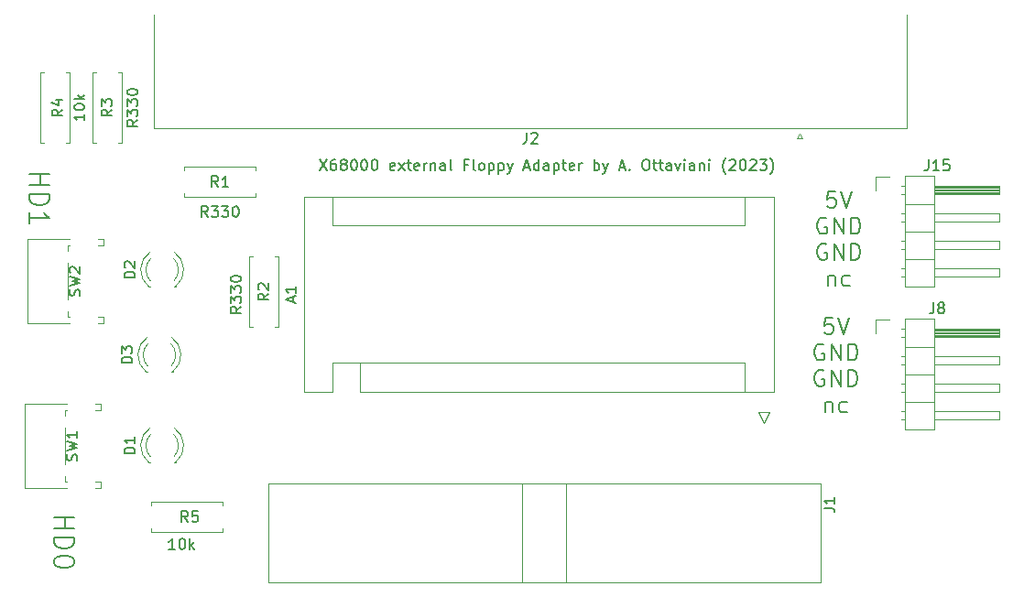
<source format=gbr>
%TF.GenerationSoftware,KiCad,Pcbnew,(6.0.6)*%
%TF.CreationDate,2023-06-02T12:55:39+02:00*%
%TF.ProjectId,X68KFDUINO,5836384b-4644-4554-994e-4f2e6b696361,rev?*%
%TF.SameCoordinates,Original*%
%TF.FileFunction,Legend,Top*%
%TF.FilePolarity,Positive*%
%FSLAX46Y46*%
G04 Gerber Fmt 4.6, Leading zero omitted, Abs format (unit mm)*
G04 Created by KiCad (PCBNEW (6.0.6)) date 2023-06-02 12:55:39*
%MOMM*%
%LPD*%
G01*
G04 APERTURE LIST*
%ADD10C,0.150000*%
%ADD11C,0.200000*%
%ADD12C,0.120000*%
G04 APERTURE END LIST*
D10*
X136456190Y-62190380D02*
X137122857Y-63190380D01*
X137122857Y-62190380D02*
X136456190Y-63190380D01*
X137932380Y-62190380D02*
X137741904Y-62190380D01*
X137646666Y-62238000D01*
X137599047Y-62285619D01*
X137503809Y-62428476D01*
X137456190Y-62618952D01*
X137456190Y-62999904D01*
X137503809Y-63095142D01*
X137551428Y-63142761D01*
X137646666Y-63190380D01*
X137837142Y-63190380D01*
X137932380Y-63142761D01*
X137980000Y-63095142D01*
X138027619Y-62999904D01*
X138027619Y-62761809D01*
X137980000Y-62666571D01*
X137932380Y-62618952D01*
X137837142Y-62571333D01*
X137646666Y-62571333D01*
X137551428Y-62618952D01*
X137503809Y-62666571D01*
X137456190Y-62761809D01*
X138599047Y-62618952D02*
X138503809Y-62571333D01*
X138456190Y-62523714D01*
X138408571Y-62428476D01*
X138408571Y-62380857D01*
X138456190Y-62285619D01*
X138503809Y-62238000D01*
X138599047Y-62190380D01*
X138789523Y-62190380D01*
X138884761Y-62238000D01*
X138932380Y-62285619D01*
X138980000Y-62380857D01*
X138980000Y-62428476D01*
X138932380Y-62523714D01*
X138884761Y-62571333D01*
X138789523Y-62618952D01*
X138599047Y-62618952D01*
X138503809Y-62666571D01*
X138456190Y-62714190D01*
X138408571Y-62809428D01*
X138408571Y-62999904D01*
X138456190Y-63095142D01*
X138503809Y-63142761D01*
X138599047Y-63190380D01*
X138789523Y-63190380D01*
X138884761Y-63142761D01*
X138932380Y-63095142D01*
X138980000Y-62999904D01*
X138980000Y-62809428D01*
X138932380Y-62714190D01*
X138884761Y-62666571D01*
X138789523Y-62618952D01*
X139599047Y-62190380D02*
X139694285Y-62190380D01*
X139789523Y-62238000D01*
X139837142Y-62285619D01*
X139884761Y-62380857D01*
X139932380Y-62571333D01*
X139932380Y-62809428D01*
X139884761Y-62999904D01*
X139837142Y-63095142D01*
X139789523Y-63142761D01*
X139694285Y-63190380D01*
X139599047Y-63190380D01*
X139503809Y-63142761D01*
X139456190Y-63095142D01*
X139408571Y-62999904D01*
X139360952Y-62809428D01*
X139360952Y-62571333D01*
X139408571Y-62380857D01*
X139456190Y-62285619D01*
X139503809Y-62238000D01*
X139599047Y-62190380D01*
X140551428Y-62190380D02*
X140646666Y-62190380D01*
X140741904Y-62238000D01*
X140789523Y-62285619D01*
X140837142Y-62380857D01*
X140884761Y-62571333D01*
X140884761Y-62809428D01*
X140837142Y-62999904D01*
X140789523Y-63095142D01*
X140741904Y-63142761D01*
X140646666Y-63190380D01*
X140551428Y-63190380D01*
X140456190Y-63142761D01*
X140408571Y-63095142D01*
X140360952Y-62999904D01*
X140313333Y-62809428D01*
X140313333Y-62571333D01*
X140360952Y-62380857D01*
X140408571Y-62285619D01*
X140456190Y-62238000D01*
X140551428Y-62190380D01*
X141503809Y-62190380D02*
X141599047Y-62190380D01*
X141694285Y-62238000D01*
X141741904Y-62285619D01*
X141789523Y-62380857D01*
X141837142Y-62571333D01*
X141837142Y-62809428D01*
X141789523Y-62999904D01*
X141741904Y-63095142D01*
X141694285Y-63142761D01*
X141599047Y-63190380D01*
X141503809Y-63190380D01*
X141408571Y-63142761D01*
X141360952Y-63095142D01*
X141313333Y-62999904D01*
X141265714Y-62809428D01*
X141265714Y-62571333D01*
X141313333Y-62380857D01*
X141360952Y-62285619D01*
X141408571Y-62238000D01*
X141503809Y-62190380D01*
X143408571Y-63142761D02*
X143313333Y-63190380D01*
X143122857Y-63190380D01*
X143027619Y-63142761D01*
X142980000Y-63047523D01*
X142980000Y-62666571D01*
X143027619Y-62571333D01*
X143122857Y-62523714D01*
X143313333Y-62523714D01*
X143408571Y-62571333D01*
X143456190Y-62666571D01*
X143456190Y-62761809D01*
X142980000Y-62857047D01*
X143789523Y-63190380D02*
X144313333Y-62523714D01*
X143789523Y-62523714D02*
X144313333Y-63190380D01*
X144551428Y-62523714D02*
X144932380Y-62523714D01*
X144694285Y-62190380D02*
X144694285Y-63047523D01*
X144741904Y-63142761D01*
X144837142Y-63190380D01*
X144932380Y-63190380D01*
X145646666Y-63142761D02*
X145551428Y-63190380D01*
X145360952Y-63190380D01*
X145265714Y-63142761D01*
X145218095Y-63047523D01*
X145218095Y-62666571D01*
X145265714Y-62571333D01*
X145360952Y-62523714D01*
X145551428Y-62523714D01*
X145646666Y-62571333D01*
X145694285Y-62666571D01*
X145694285Y-62761809D01*
X145218095Y-62857047D01*
X146122857Y-63190380D02*
X146122857Y-62523714D01*
X146122857Y-62714190D02*
X146170476Y-62618952D01*
X146218095Y-62571333D01*
X146313333Y-62523714D01*
X146408571Y-62523714D01*
X146741904Y-62523714D02*
X146741904Y-63190380D01*
X146741904Y-62618952D02*
X146789523Y-62571333D01*
X146884761Y-62523714D01*
X147027619Y-62523714D01*
X147122857Y-62571333D01*
X147170476Y-62666571D01*
X147170476Y-63190380D01*
X148075238Y-63190380D02*
X148075238Y-62666571D01*
X148027619Y-62571333D01*
X147932380Y-62523714D01*
X147741904Y-62523714D01*
X147646666Y-62571333D01*
X148075238Y-63142761D02*
X147980000Y-63190380D01*
X147741904Y-63190380D01*
X147646666Y-63142761D01*
X147599047Y-63047523D01*
X147599047Y-62952285D01*
X147646666Y-62857047D01*
X147741904Y-62809428D01*
X147980000Y-62809428D01*
X148075238Y-62761809D01*
X148694285Y-63190380D02*
X148599047Y-63142761D01*
X148551428Y-63047523D01*
X148551428Y-62190380D01*
X150170476Y-62666571D02*
X149837142Y-62666571D01*
X149837142Y-63190380D02*
X149837142Y-62190380D01*
X150313333Y-62190380D01*
X150837142Y-63190380D02*
X150741904Y-63142761D01*
X150694285Y-63047523D01*
X150694285Y-62190380D01*
X151360952Y-63190380D02*
X151265714Y-63142761D01*
X151218095Y-63095142D01*
X151170476Y-62999904D01*
X151170476Y-62714190D01*
X151218095Y-62618952D01*
X151265714Y-62571333D01*
X151360952Y-62523714D01*
X151503809Y-62523714D01*
X151599047Y-62571333D01*
X151646666Y-62618952D01*
X151694285Y-62714190D01*
X151694285Y-62999904D01*
X151646666Y-63095142D01*
X151599047Y-63142761D01*
X151503809Y-63190380D01*
X151360952Y-63190380D01*
X152122857Y-62523714D02*
X152122857Y-63523714D01*
X152122857Y-62571333D02*
X152218095Y-62523714D01*
X152408571Y-62523714D01*
X152503809Y-62571333D01*
X152551428Y-62618952D01*
X152599047Y-62714190D01*
X152599047Y-62999904D01*
X152551428Y-63095142D01*
X152503809Y-63142761D01*
X152408571Y-63190380D01*
X152218095Y-63190380D01*
X152122857Y-63142761D01*
X153027619Y-62523714D02*
X153027619Y-63523714D01*
X153027619Y-62571333D02*
X153122857Y-62523714D01*
X153313333Y-62523714D01*
X153408571Y-62571333D01*
X153456190Y-62618952D01*
X153503809Y-62714190D01*
X153503809Y-62999904D01*
X153456190Y-63095142D01*
X153408571Y-63142761D01*
X153313333Y-63190380D01*
X153122857Y-63190380D01*
X153027619Y-63142761D01*
X153837142Y-62523714D02*
X154075238Y-63190380D01*
X154313333Y-62523714D02*
X154075238Y-63190380D01*
X153980000Y-63428476D01*
X153932380Y-63476095D01*
X153837142Y-63523714D01*
X155408571Y-62904666D02*
X155884761Y-62904666D01*
X155313333Y-63190380D02*
X155646666Y-62190380D01*
X155980000Y-63190380D01*
X156741904Y-63190380D02*
X156741904Y-62190380D01*
X156741904Y-63142761D02*
X156646666Y-63190380D01*
X156456190Y-63190380D01*
X156360952Y-63142761D01*
X156313333Y-63095142D01*
X156265714Y-62999904D01*
X156265714Y-62714190D01*
X156313333Y-62618952D01*
X156360952Y-62571333D01*
X156456190Y-62523714D01*
X156646666Y-62523714D01*
X156741904Y-62571333D01*
X157646666Y-63190380D02*
X157646666Y-62666571D01*
X157599047Y-62571333D01*
X157503809Y-62523714D01*
X157313333Y-62523714D01*
X157218095Y-62571333D01*
X157646666Y-63142761D02*
X157551428Y-63190380D01*
X157313333Y-63190380D01*
X157218095Y-63142761D01*
X157170476Y-63047523D01*
X157170476Y-62952285D01*
X157218095Y-62857047D01*
X157313333Y-62809428D01*
X157551428Y-62809428D01*
X157646666Y-62761809D01*
X158122857Y-62523714D02*
X158122857Y-63523714D01*
X158122857Y-62571333D02*
X158218095Y-62523714D01*
X158408571Y-62523714D01*
X158503809Y-62571333D01*
X158551428Y-62618952D01*
X158599047Y-62714190D01*
X158599047Y-62999904D01*
X158551428Y-63095142D01*
X158503809Y-63142761D01*
X158408571Y-63190380D01*
X158218095Y-63190380D01*
X158122857Y-63142761D01*
X158884761Y-62523714D02*
X159265714Y-62523714D01*
X159027619Y-62190380D02*
X159027619Y-63047523D01*
X159075238Y-63142761D01*
X159170476Y-63190380D01*
X159265714Y-63190380D01*
X159980000Y-63142761D02*
X159884761Y-63190380D01*
X159694285Y-63190380D01*
X159599047Y-63142761D01*
X159551428Y-63047523D01*
X159551428Y-62666571D01*
X159599047Y-62571333D01*
X159694285Y-62523714D01*
X159884761Y-62523714D01*
X159980000Y-62571333D01*
X160027619Y-62666571D01*
X160027619Y-62761809D01*
X159551428Y-62857047D01*
X160456190Y-63190380D02*
X160456190Y-62523714D01*
X160456190Y-62714190D02*
X160503809Y-62618952D01*
X160551428Y-62571333D01*
X160646666Y-62523714D01*
X160741904Y-62523714D01*
X161837142Y-63190380D02*
X161837142Y-62190380D01*
X161837142Y-62571333D02*
X161932380Y-62523714D01*
X162122857Y-62523714D01*
X162218095Y-62571333D01*
X162265714Y-62618952D01*
X162313333Y-62714190D01*
X162313333Y-62999904D01*
X162265714Y-63095142D01*
X162218095Y-63142761D01*
X162122857Y-63190380D01*
X161932380Y-63190380D01*
X161837142Y-63142761D01*
X162646666Y-62523714D02*
X162884761Y-63190380D01*
X163122857Y-62523714D02*
X162884761Y-63190380D01*
X162789523Y-63428476D01*
X162741904Y-63476095D01*
X162646666Y-63523714D01*
X164218095Y-62904666D02*
X164694285Y-62904666D01*
X164122857Y-63190380D02*
X164456190Y-62190380D01*
X164789523Y-63190380D01*
X165122857Y-63095142D02*
X165170476Y-63142761D01*
X165122857Y-63190380D01*
X165075238Y-63142761D01*
X165122857Y-63095142D01*
X165122857Y-63190380D01*
X166551428Y-62190380D02*
X166741904Y-62190380D01*
X166837142Y-62238000D01*
X166932380Y-62333238D01*
X166980000Y-62523714D01*
X166980000Y-62857047D01*
X166932380Y-63047523D01*
X166837142Y-63142761D01*
X166741904Y-63190380D01*
X166551428Y-63190380D01*
X166456190Y-63142761D01*
X166360952Y-63047523D01*
X166313333Y-62857047D01*
X166313333Y-62523714D01*
X166360952Y-62333238D01*
X166456190Y-62238000D01*
X166551428Y-62190380D01*
X167265714Y-62523714D02*
X167646666Y-62523714D01*
X167408571Y-62190380D02*
X167408571Y-63047523D01*
X167456190Y-63142761D01*
X167551428Y-63190380D01*
X167646666Y-63190380D01*
X167837142Y-62523714D02*
X168218095Y-62523714D01*
X167980000Y-62190380D02*
X167980000Y-63047523D01*
X168027619Y-63142761D01*
X168122857Y-63190380D01*
X168218095Y-63190380D01*
X168980000Y-63190380D02*
X168980000Y-62666571D01*
X168932380Y-62571333D01*
X168837142Y-62523714D01*
X168646666Y-62523714D01*
X168551428Y-62571333D01*
X168980000Y-63142761D02*
X168884761Y-63190380D01*
X168646666Y-63190380D01*
X168551428Y-63142761D01*
X168503809Y-63047523D01*
X168503809Y-62952285D01*
X168551428Y-62857047D01*
X168646666Y-62809428D01*
X168884761Y-62809428D01*
X168980000Y-62761809D01*
X169360952Y-62523714D02*
X169599047Y-63190380D01*
X169837142Y-62523714D01*
X170218095Y-63190380D02*
X170218095Y-62523714D01*
X170218095Y-62190380D02*
X170170476Y-62238000D01*
X170218095Y-62285619D01*
X170265714Y-62238000D01*
X170218095Y-62190380D01*
X170218095Y-62285619D01*
X171122857Y-63190380D02*
X171122857Y-62666571D01*
X171075238Y-62571333D01*
X170980000Y-62523714D01*
X170789523Y-62523714D01*
X170694285Y-62571333D01*
X171122857Y-63142761D02*
X171027619Y-63190380D01*
X170789523Y-63190380D01*
X170694285Y-63142761D01*
X170646666Y-63047523D01*
X170646666Y-62952285D01*
X170694285Y-62857047D01*
X170789523Y-62809428D01*
X171027619Y-62809428D01*
X171122857Y-62761809D01*
X171599047Y-62523714D02*
X171599047Y-63190380D01*
X171599047Y-62618952D02*
X171646666Y-62571333D01*
X171741904Y-62523714D01*
X171884761Y-62523714D01*
X171980000Y-62571333D01*
X172027619Y-62666571D01*
X172027619Y-63190380D01*
X172503809Y-63190380D02*
X172503809Y-62523714D01*
X172503809Y-62190380D02*
X172456190Y-62238000D01*
X172503809Y-62285619D01*
X172551428Y-62238000D01*
X172503809Y-62190380D01*
X172503809Y-62285619D01*
X174027619Y-63571333D02*
X173980000Y-63523714D01*
X173884761Y-63380857D01*
X173837142Y-63285619D01*
X173789523Y-63142761D01*
X173741904Y-62904666D01*
X173741904Y-62714190D01*
X173789523Y-62476095D01*
X173837142Y-62333238D01*
X173884761Y-62238000D01*
X173980000Y-62095142D01*
X174027619Y-62047523D01*
X174360952Y-62285619D02*
X174408571Y-62238000D01*
X174503809Y-62190380D01*
X174741904Y-62190380D01*
X174837142Y-62238000D01*
X174884761Y-62285619D01*
X174932380Y-62380857D01*
X174932380Y-62476095D01*
X174884761Y-62618952D01*
X174313333Y-63190380D01*
X174932380Y-63190380D01*
X175551428Y-62190380D02*
X175646666Y-62190380D01*
X175741904Y-62238000D01*
X175789523Y-62285619D01*
X175837142Y-62380857D01*
X175884761Y-62571333D01*
X175884761Y-62809428D01*
X175837142Y-62999904D01*
X175789523Y-63095142D01*
X175741904Y-63142761D01*
X175646666Y-63190380D01*
X175551428Y-63190380D01*
X175456190Y-63142761D01*
X175408571Y-63095142D01*
X175360952Y-62999904D01*
X175313333Y-62809428D01*
X175313333Y-62571333D01*
X175360952Y-62380857D01*
X175408571Y-62285619D01*
X175456190Y-62238000D01*
X175551428Y-62190380D01*
X176265714Y-62285619D02*
X176313333Y-62238000D01*
X176408571Y-62190380D01*
X176646666Y-62190380D01*
X176741904Y-62238000D01*
X176789523Y-62285619D01*
X176837142Y-62380857D01*
X176837142Y-62476095D01*
X176789523Y-62618952D01*
X176218095Y-63190380D01*
X176837142Y-63190380D01*
X177170476Y-62190380D02*
X177789523Y-62190380D01*
X177456190Y-62571333D01*
X177599047Y-62571333D01*
X177694285Y-62618952D01*
X177741904Y-62666571D01*
X177789523Y-62761809D01*
X177789523Y-62999904D01*
X177741904Y-63095142D01*
X177694285Y-63142761D01*
X177599047Y-63190380D01*
X177313333Y-63190380D01*
X177218095Y-63142761D01*
X177170476Y-63095142D01*
X178122857Y-63571333D02*
X178170476Y-63523714D01*
X178265714Y-63380857D01*
X178313333Y-63285619D01*
X178360952Y-63142761D01*
X178408571Y-62904666D01*
X178408571Y-62714190D01*
X178360952Y-62476095D01*
X178313333Y-62333238D01*
X178265714Y-62238000D01*
X178170476Y-62095142D01*
X178122857Y-62047523D01*
D11*
X183919428Y-76836071D02*
X183205142Y-76836071D01*
X183133714Y-77550357D01*
X183205142Y-77478928D01*
X183348000Y-77407500D01*
X183705142Y-77407500D01*
X183848000Y-77478928D01*
X183919428Y-77550357D01*
X183990857Y-77693214D01*
X183990857Y-78050357D01*
X183919428Y-78193214D01*
X183848000Y-78264642D01*
X183705142Y-78336071D01*
X183348000Y-78336071D01*
X183205142Y-78264642D01*
X183133714Y-78193214D01*
X184419428Y-76836071D02*
X184919428Y-78336071D01*
X185419428Y-76836071D01*
X183062285Y-79322500D02*
X182919428Y-79251071D01*
X182705142Y-79251071D01*
X182490857Y-79322500D01*
X182348000Y-79465357D01*
X182276571Y-79608214D01*
X182205142Y-79893928D01*
X182205142Y-80108214D01*
X182276571Y-80393928D01*
X182348000Y-80536785D01*
X182490857Y-80679642D01*
X182705142Y-80751071D01*
X182848000Y-80751071D01*
X183062285Y-80679642D01*
X183133714Y-80608214D01*
X183133714Y-80108214D01*
X182848000Y-80108214D01*
X183776571Y-80751071D02*
X183776571Y-79251071D01*
X184633714Y-80751071D01*
X184633714Y-79251071D01*
X185348000Y-80751071D02*
X185348000Y-79251071D01*
X185705142Y-79251071D01*
X185919428Y-79322500D01*
X186062285Y-79465357D01*
X186133714Y-79608214D01*
X186205142Y-79893928D01*
X186205142Y-80108214D01*
X186133714Y-80393928D01*
X186062285Y-80536785D01*
X185919428Y-80679642D01*
X185705142Y-80751071D01*
X185348000Y-80751071D01*
X183062285Y-81737500D02*
X182919428Y-81666071D01*
X182705142Y-81666071D01*
X182490857Y-81737500D01*
X182348000Y-81880357D01*
X182276571Y-82023214D01*
X182205142Y-82308928D01*
X182205142Y-82523214D01*
X182276571Y-82808928D01*
X182348000Y-82951785D01*
X182490857Y-83094642D01*
X182705142Y-83166071D01*
X182848000Y-83166071D01*
X183062285Y-83094642D01*
X183133714Y-83023214D01*
X183133714Y-82523214D01*
X182848000Y-82523214D01*
X183776571Y-83166071D02*
X183776571Y-81666071D01*
X184633714Y-83166071D01*
X184633714Y-81666071D01*
X185348000Y-83166071D02*
X185348000Y-81666071D01*
X185705142Y-81666071D01*
X185919428Y-81737500D01*
X186062285Y-81880357D01*
X186133714Y-82023214D01*
X186205142Y-82308928D01*
X186205142Y-82523214D01*
X186133714Y-82808928D01*
X186062285Y-82951785D01*
X185919428Y-83094642D01*
X185705142Y-83166071D01*
X185348000Y-83166071D01*
X183240857Y-84581071D02*
X183240857Y-85581071D01*
X183240857Y-84723928D02*
X183312285Y-84652500D01*
X183455142Y-84581071D01*
X183669428Y-84581071D01*
X183812285Y-84652500D01*
X183883714Y-84795357D01*
X183883714Y-85581071D01*
X185240857Y-85509642D02*
X185098000Y-85581071D01*
X184812285Y-85581071D01*
X184669428Y-85509642D01*
X184598000Y-85438214D01*
X184526571Y-85295357D01*
X184526571Y-84866785D01*
X184598000Y-84723928D01*
X184669428Y-84652500D01*
X184812285Y-84581071D01*
X185098000Y-84581071D01*
X185240857Y-84652500D01*
X109675714Y-63514571D02*
X111475714Y-63514571D01*
X110618571Y-63514571D02*
X110618571Y-64543142D01*
X109675714Y-64543142D02*
X111475714Y-64543142D01*
X109675714Y-65400285D02*
X111475714Y-65400285D01*
X111475714Y-65828857D01*
X111390000Y-66086000D01*
X111218571Y-66257428D01*
X111047142Y-66343142D01*
X110704285Y-66428857D01*
X110447142Y-66428857D01*
X110104285Y-66343142D01*
X109932857Y-66257428D01*
X109761428Y-66086000D01*
X109675714Y-65828857D01*
X109675714Y-65400285D01*
X109675714Y-68143142D02*
X109675714Y-67114571D01*
X109675714Y-67628857D02*
X111475714Y-67628857D01*
X111218571Y-67457428D01*
X111047142Y-67286000D01*
X110961428Y-67114571D01*
X111961714Y-95275571D02*
X113761714Y-95275571D01*
X112904571Y-95275571D02*
X112904571Y-96304142D01*
X111961714Y-96304142D02*
X113761714Y-96304142D01*
X111961714Y-97161285D02*
X113761714Y-97161285D01*
X113761714Y-97589857D01*
X113676000Y-97847000D01*
X113504571Y-98018428D01*
X113333142Y-98104142D01*
X112990285Y-98189857D01*
X112733142Y-98189857D01*
X112390285Y-98104142D01*
X112218857Y-98018428D01*
X112047428Y-97847000D01*
X111961714Y-97589857D01*
X111961714Y-97161285D01*
X113761714Y-99304142D02*
X113761714Y-99475571D01*
X113676000Y-99647000D01*
X113590285Y-99732714D01*
X113418857Y-99818428D01*
X113076000Y-99904142D01*
X112647428Y-99904142D01*
X112304571Y-99818428D01*
X112133142Y-99732714D01*
X112047428Y-99647000D01*
X111961714Y-99475571D01*
X111961714Y-99304142D01*
X112047428Y-99132714D01*
X112133142Y-99047000D01*
X112304571Y-98961285D01*
X112647428Y-98875571D01*
X113076000Y-98875571D01*
X113418857Y-98961285D01*
X113590285Y-99047000D01*
X113676000Y-99132714D01*
X113761714Y-99304142D01*
X184173428Y-65152071D02*
X183459142Y-65152071D01*
X183387714Y-65866357D01*
X183459142Y-65794928D01*
X183602000Y-65723500D01*
X183959142Y-65723500D01*
X184102000Y-65794928D01*
X184173428Y-65866357D01*
X184244857Y-66009214D01*
X184244857Y-66366357D01*
X184173428Y-66509214D01*
X184102000Y-66580642D01*
X183959142Y-66652071D01*
X183602000Y-66652071D01*
X183459142Y-66580642D01*
X183387714Y-66509214D01*
X184673428Y-65152071D02*
X185173428Y-66652071D01*
X185673428Y-65152071D01*
X183316285Y-67638500D02*
X183173428Y-67567071D01*
X182959142Y-67567071D01*
X182744857Y-67638500D01*
X182602000Y-67781357D01*
X182530571Y-67924214D01*
X182459142Y-68209928D01*
X182459142Y-68424214D01*
X182530571Y-68709928D01*
X182602000Y-68852785D01*
X182744857Y-68995642D01*
X182959142Y-69067071D01*
X183102000Y-69067071D01*
X183316285Y-68995642D01*
X183387714Y-68924214D01*
X183387714Y-68424214D01*
X183102000Y-68424214D01*
X184030571Y-69067071D02*
X184030571Y-67567071D01*
X184887714Y-69067071D01*
X184887714Y-67567071D01*
X185602000Y-69067071D02*
X185602000Y-67567071D01*
X185959142Y-67567071D01*
X186173428Y-67638500D01*
X186316285Y-67781357D01*
X186387714Y-67924214D01*
X186459142Y-68209928D01*
X186459142Y-68424214D01*
X186387714Y-68709928D01*
X186316285Y-68852785D01*
X186173428Y-68995642D01*
X185959142Y-69067071D01*
X185602000Y-69067071D01*
X183316285Y-70053500D02*
X183173428Y-69982071D01*
X182959142Y-69982071D01*
X182744857Y-70053500D01*
X182602000Y-70196357D01*
X182530571Y-70339214D01*
X182459142Y-70624928D01*
X182459142Y-70839214D01*
X182530571Y-71124928D01*
X182602000Y-71267785D01*
X182744857Y-71410642D01*
X182959142Y-71482071D01*
X183102000Y-71482071D01*
X183316285Y-71410642D01*
X183387714Y-71339214D01*
X183387714Y-70839214D01*
X183102000Y-70839214D01*
X184030571Y-71482071D02*
X184030571Y-69982071D01*
X184887714Y-71482071D01*
X184887714Y-69982071D01*
X185602000Y-71482071D02*
X185602000Y-69982071D01*
X185959142Y-69982071D01*
X186173428Y-70053500D01*
X186316285Y-70196357D01*
X186387714Y-70339214D01*
X186459142Y-70624928D01*
X186459142Y-70839214D01*
X186387714Y-71124928D01*
X186316285Y-71267785D01*
X186173428Y-71410642D01*
X185959142Y-71482071D01*
X185602000Y-71482071D01*
X183494857Y-72897071D02*
X183494857Y-73897071D01*
X183494857Y-73039928D02*
X183566285Y-72968500D01*
X183709142Y-72897071D01*
X183923428Y-72897071D01*
X184066285Y-72968500D01*
X184137714Y-73111357D01*
X184137714Y-73897071D01*
X185494857Y-73825642D02*
X185352000Y-73897071D01*
X185066285Y-73897071D01*
X184923428Y-73825642D01*
X184852000Y-73754214D01*
X184780571Y-73611357D01*
X184780571Y-73182785D01*
X184852000Y-73039928D01*
X184923428Y-72968500D01*
X185066285Y-72897071D01*
X185352000Y-72897071D01*
X185494857Y-72968500D01*
D10*
%TO.C,D3*%
X119158380Y-81007095D02*
X118158380Y-81007095D01*
X118158380Y-80769000D01*
X118206000Y-80626142D01*
X118301238Y-80530904D01*
X118396476Y-80483285D01*
X118586952Y-80435666D01*
X118729809Y-80435666D01*
X118920285Y-80483285D01*
X119015523Y-80530904D01*
X119110761Y-80626142D01*
X119158380Y-80769000D01*
X119158380Y-81007095D01*
X118158380Y-80102333D02*
X118158380Y-79483285D01*
X118539333Y-79816619D01*
X118539333Y-79673761D01*
X118586952Y-79578523D01*
X118634571Y-79530904D01*
X118729809Y-79483285D01*
X118967904Y-79483285D01*
X119063142Y-79530904D01*
X119110761Y-79578523D01*
X119158380Y-79673761D01*
X119158380Y-79959476D01*
X119110761Y-80054714D01*
X119063142Y-80102333D01*
%TO.C,R5*%
X124293333Y-95702380D02*
X123960000Y-95226190D01*
X123721904Y-95702380D02*
X123721904Y-94702380D01*
X124102857Y-94702380D01*
X124198095Y-94750000D01*
X124245714Y-94797619D01*
X124293333Y-94892857D01*
X124293333Y-95035714D01*
X124245714Y-95130952D01*
X124198095Y-95178571D01*
X124102857Y-95226190D01*
X123721904Y-95226190D01*
X125198095Y-94702380D02*
X124721904Y-94702380D01*
X124674285Y-95178571D01*
X124721904Y-95130952D01*
X124817142Y-95083333D01*
X125055238Y-95083333D01*
X125150476Y-95130952D01*
X125198095Y-95178571D01*
X125245714Y-95273809D01*
X125245714Y-95511904D01*
X125198095Y-95607142D01*
X125150476Y-95654761D01*
X125055238Y-95702380D01*
X124817142Y-95702380D01*
X124721904Y-95654761D01*
X124674285Y-95607142D01*
X123102761Y-98242380D02*
X122531333Y-98242380D01*
X122817047Y-98242380D02*
X122817047Y-97242380D01*
X122721809Y-97385238D01*
X122626571Y-97480476D01*
X122531333Y-97528095D01*
X123721809Y-97242380D02*
X123817047Y-97242380D01*
X123912285Y-97290000D01*
X123959904Y-97337619D01*
X124007523Y-97432857D01*
X124055142Y-97623333D01*
X124055142Y-97861428D01*
X124007523Y-98051904D01*
X123959904Y-98147142D01*
X123912285Y-98194761D01*
X123817047Y-98242380D01*
X123721809Y-98242380D01*
X123626571Y-98194761D01*
X123578952Y-98147142D01*
X123531333Y-98051904D01*
X123483714Y-97861428D01*
X123483714Y-97623333D01*
X123531333Y-97432857D01*
X123578952Y-97337619D01*
X123626571Y-97290000D01*
X123721809Y-97242380D01*
X124483714Y-98242380D02*
X124483714Y-97242380D01*
X124578952Y-97861428D02*
X124864666Y-98242380D01*
X124864666Y-97575714D02*
X124483714Y-97956666D01*
%TO.C,R1*%
X127087333Y-64714380D02*
X126754000Y-64238190D01*
X126515904Y-64714380D02*
X126515904Y-63714380D01*
X126896857Y-63714380D01*
X126992095Y-63762000D01*
X127039714Y-63809619D01*
X127087333Y-63904857D01*
X127087333Y-64047714D01*
X127039714Y-64142952D01*
X126992095Y-64190571D01*
X126896857Y-64238190D01*
X126515904Y-64238190D01*
X128039714Y-64714380D02*
X127468285Y-64714380D01*
X127754000Y-64714380D02*
X127754000Y-63714380D01*
X127658761Y-63857238D01*
X127563523Y-63952476D01*
X127468285Y-64000095D01*
X126134952Y-67508380D02*
X125801619Y-67032190D01*
X125563523Y-67508380D02*
X125563523Y-66508380D01*
X125944476Y-66508380D01*
X126039714Y-66556000D01*
X126087333Y-66603619D01*
X126134952Y-66698857D01*
X126134952Y-66841714D01*
X126087333Y-66936952D01*
X126039714Y-66984571D01*
X125944476Y-67032190D01*
X125563523Y-67032190D01*
X126468285Y-66508380D02*
X127087333Y-66508380D01*
X126754000Y-66889333D01*
X126896857Y-66889333D01*
X126992095Y-66936952D01*
X127039714Y-66984571D01*
X127087333Y-67079809D01*
X127087333Y-67317904D01*
X127039714Y-67413142D01*
X126992095Y-67460761D01*
X126896857Y-67508380D01*
X126611142Y-67508380D01*
X126515904Y-67460761D01*
X126468285Y-67413142D01*
X127420666Y-66508380D02*
X128039714Y-66508380D01*
X127706380Y-66889333D01*
X127849238Y-66889333D01*
X127944476Y-66936952D01*
X127992095Y-66984571D01*
X128039714Y-67079809D01*
X128039714Y-67317904D01*
X127992095Y-67413142D01*
X127944476Y-67460761D01*
X127849238Y-67508380D01*
X127563523Y-67508380D01*
X127468285Y-67460761D01*
X127420666Y-67413142D01*
X128658761Y-66508380D02*
X128754000Y-66508380D01*
X128849238Y-66556000D01*
X128896857Y-66603619D01*
X128944476Y-66698857D01*
X128992095Y-66889333D01*
X128992095Y-67127428D01*
X128944476Y-67317904D01*
X128896857Y-67413142D01*
X128849238Y-67460761D01*
X128754000Y-67508380D01*
X128658761Y-67508380D01*
X128563523Y-67460761D01*
X128515904Y-67413142D01*
X128468285Y-67317904D01*
X128420666Y-67127428D01*
X128420666Y-66889333D01*
X128468285Y-66698857D01*
X128515904Y-66603619D01*
X128563523Y-66556000D01*
X128658761Y-66508380D01*
%TO.C,R3*%
X117292380Y-57570666D02*
X116816190Y-57904000D01*
X117292380Y-58142095D02*
X116292380Y-58142095D01*
X116292380Y-57761142D01*
X116340000Y-57665904D01*
X116387619Y-57618285D01*
X116482857Y-57570666D01*
X116625714Y-57570666D01*
X116720952Y-57618285D01*
X116768571Y-57665904D01*
X116816190Y-57761142D01*
X116816190Y-58142095D01*
X116292380Y-57237333D02*
X116292380Y-56618285D01*
X116673333Y-56951619D01*
X116673333Y-56808761D01*
X116720952Y-56713523D01*
X116768571Y-56665904D01*
X116863809Y-56618285D01*
X117101904Y-56618285D01*
X117197142Y-56665904D01*
X117244761Y-56713523D01*
X117292380Y-56808761D01*
X117292380Y-57094476D01*
X117244761Y-57189714D01*
X117197142Y-57237333D01*
X119662378Y-58523047D02*
X119186188Y-58856380D01*
X119662378Y-59094476D02*
X118662378Y-59094476D01*
X118662378Y-58713523D01*
X118709998Y-58618285D01*
X118757617Y-58570666D01*
X118852855Y-58523047D01*
X118995712Y-58523047D01*
X119090950Y-58570666D01*
X119138569Y-58618285D01*
X119186188Y-58713523D01*
X119186188Y-59094476D01*
X118662378Y-58189714D02*
X118662378Y-57570666D01*
X119043331Y-57904000D01*
X119043331Y-57761142D01*
X119090950Y-57665904D01*
X119138569Y-57618285D01*
X119233807Y-57570666D01*
X119471902Y-57570666D01*
X119567140Y-57618285D01*
X119614759Y-57665904D01*
X119662378Y-57761142D01*
X119662378Y-58046857D01*
X119614759Y-58142095D01*
X119567140Y-58189714D01*
X118662378Y-57237333D02*
X118662378Y-56618285D01*
X119043331Y-56951619D01*
X119043331Y-56808761D01*
X119090950Y-56713523D01*
X119138569Y-56665904D01*
X119233807Y-56618285D01*
X119471902Y-56618285D01*
X119567140Y-56665904D01*
X119614759Y-56713523D01*
X119662378Y-56808761D01*
X119662378Y-57094476D01*
X119614759Y-57189714D01*
X119567140Y-57237333D01*
X118662378Y-55999238D02*
X118662378Y-55904000D01*
X118709998Y-55808761D01*
X118757617Y-55761142D01*
X118852855Y-55713523D01*
X119043331Y-55665904D01*
X119281426Y-55665904D01*
X119471902Y-55713523D01*
X119567140Y-55761142D01*
X119614759Y-55808761D01*
X119662378Y-55904000D01*
X119662378Y-55999238D01*
X119614759Y-56094476D01*
X119567140Y-56142095D01*
X119471902Y-56189714D01*
X119281426Y-56237333D01*
X119043331Y-56237333D01*
X118852855Y-56189714D01*
X118757617Y-56142095D01*
X118709998Y-56094476D01*
X118662378Y-55999238D01*
%TO.C,J8*%
X193224666Y-75424380D02*
X193224666Y-76138666D01*
X193177047Y-76281523D01*
X193081809Y-76376761D01*
X192938952Y-76424380D01*
X192843714Y-76424380D01*
X193843714Y-75852952D02*
X193748476Y-75805333D01*
X193700857Y-75757714D01*
X193653238Y-75662476D01*
X193653238Y-75614857D01*
X193700857Y-75519619D01*
X193748476Y-75472000D01*
X193843714Y-75424380D01*
X194034190Y-75424380D01*
X194129428Y-75472000D01*
X194177047Y-75519619D01*
X194224666Y-75614857D01*
X194224666Y-75662476D01*
X194177047Y-75757714D01*
X194129428Y-75805333D01*
X194034190Y-75852952D01*
X193843714Y-75852952D01*
X193748476Y-75900571D01*
X193700857Y-75948190D01*
X193653238Y-76043428D01*
X193653238Y-76233904D01*
X193700857Y-76329142D01*
X193748476Y-76376761D01*
X193843714Y-76424380D01*
X194034190Y-76424380D01*
X194129428Y-76376761D01*
X194177047Y-76329142D01*
X194224666Y-76233904D01*
X194224666Y-76043428D01*
X194177047Y-75948190D01*
X194129428Y-75900571D01*
X194034190Y-75852952D01*
%TO.C,SW2*%
X114283261Y-74775333D02*
X114330880Y-74632476D01*
X114330880Y-74394380D01*
X114283261Y-74299142D01*
X114235642Y-74251523D01*
X114140404Y-74203904D01*
X114045166Y-74203904D01*
X113949928Y-74251523D01*
X113902309Y-74299142D01*
X113854690Y-74394380D01*
X113807071Y-74584857D01*
X113759452Y-74680095D01*
X113711833Y-74727714D01*
X113616595Y-74775333D01*
X113521357Y-74775333D01*
X113426119Y-74727714D01*
X113378500Y-74680095D01*
X113330880Y-74584857D01*
X113330880Y-74346761D01*
X113378500Y-74203904D01*
X113330880Y-73870571D02*
X114330880Y-73632476D01*
X113616595Y-73442000D01*
X114330880Y-73251523D01*
X113330880Y-73013428D01*
X113426119Y-72680095D02*
X113378500Y-72632476D01*
X113330880Y-72537238D01*
X113330880Y-72299142D01*
X113378500Y-72203904D01*
X113426119Y-72156285D01*
X113521357Y-72108666D01*
X113616595Y-72108666D01*
X113759452Y-72156285D01*
X114330880Y-72727714D01*
X114330880Y-72108666D01*
%TO.C,J15*%
X192748476Y-62216380D02*
X192748476Y-62930666D01*
X192700857Y-63073523D01*
X192605619Y-63168761D01*
X192462761Y-63216380D01*
X192367523Y-63216380D01*
X193748476Y-63216380D02*
X193177047Y-63216380D01*
X193462761Y-63216380D02*
X193462761Y-62216380D01*
X193367523Y-62359238D01*
X193272285Y-62454476D01*
X193177047Y-62502095D01*
X194653238Y-62216380D02*
X194177047Y-62216380D01*
X194129428Y-62692571D01*
X194177047Y-62644952D01*
X194272285Y-62597333D01*
X194510380Y-62597333D01*
X194605619Y-62644952D01*
X194653238Y-62692571D01*
X194700857Y-62787809D01*
X194700857Y-63025904D01*
X194653238Y-63121142D01*
X194605619Y-63168761D01*
X194510380Y-63216380D01*
X194272285Y-63216380D01*
X194177047Y-63168761D01*
X194129428Y-63121142D01*
%TO.C,R4*%
X112720380Y-57570666D02*
X112244190Y-57904000D01*
X112720380Y-58142095D02*
X111720380Y-58142095D01*
X111720380Y-57761142D01*
X111768000Y-57665904D01*
X111815619Y-57618285D01*
X111910857Y-57570666D01*
X112053714Y-57570666D01*
X112148952Y-57618285D01*
X112196571Y-57665904D01*
X112244190Y-57761142D01*
X112244190Y-58142095D01*
X112053714Y-56713523D02*
X112720380Y-56713523D01*
X111672761Y-56951619D02*
X112387047Y-57189714D01*
X112387047Y-56570666D01*
X114752380Y-57999238D02*
X114752380Y-58570666D01*
X114752380Y-58284952D02*
X113752380Y-58284952D01*
X113895238Y-58380190D01*
X113990476Y-58475428D01*
X114038095Y-58570666D01*
X113752380Y-57380190D02*
X113752380Y-57284952D01*
X113800000Y-57189714D01*
X113847619Y-57142095D01*
X113942857Y-57094476D01*
X114133333Y-57046857D01*
X114371428Y-57046857D01*
X114561904Y-57094476D01*
X114657142Y-57142095D01*
X114704761Y-57189714D01*
X114752380Y-57284952D01*
X114752380Y-57380190D01*
X114704761Y-57475428D01*
X114657142Y-57523047D01*
X114561904Y-57570666D01*
X114371428Y-57618285D01*
X114133333Y-57618285D01*
X113942857Y-57570666D01*
X113847619Y-57523047D01*
X113800000Y-57475428D01*
X113752380Y-57380190D01*
X114752380Y-56618285D02*
X113752380Y-56618285D01*
X114371428Y-56523047D02*
X114752380Y-56237333D01*
X114085714Y-56237333D02*
X114466666Y-56618285D01*
%TO.C,R2*%
X131770380Y-74588666D02*
X131294190Y-74922000D01*
X131770380Y-75160095D02*
X130770380Y-75160095D01*
X130770380Y-74779142D01*
X130818000Y-74683904D01*
X130865619Y-74636285D01*
X130960857Y-74588666D01*
X131103714Y-74588666D01*
X131198952Y-74636285D01*
X131246571Y-74683904D01*
X131294190Y-74779142D01*
X131294190Y-75160095D01*
X130865619Y-74207714D02*
X130818000Y-74160095D01*
X130770380Y-74064857D01*
X130770380Y-73826761D01*
X130818000Y-73731523D01*
X130865619Y-73683904D01*
X130960857Y-73636285D01*
X131056095Y-73636285D01*
X131198952Y-73683904D01*
X131770380Y-74255333D01*
X131770380Y-73636285D01*
X129230380Y-75795047D02*
X128754190Y-76128380D01*
X129230380Y-76366476D02*
X128230380Y-76366476D01*
X128230380Y-75985523D01*
X128278000Y-75890285D01*
X128325619Y-75842666D01*
X128420857Y-75795047D01*
X128563714Y-75795047D01*
X128658952Y-75842666D01*
X128706571Y-75890285D01*
X128754190Y-75985523D01*
X128754190Y-76366476D01*
X128230380Y-75461714D02*
X128230380Y-74842666D01*
X128611333Y-75176000D01*
X128611333Y-75033142D01*
X128658952Y-74937904D01*
X128706571Y-74890285D01*
X128801809Y-74842666D01*
X129039904Y-74842666D01*
X129135142Y-74890285D01*
X129182761Y-74937904D01*
X129230380Y-75033142D01*
X129230380Y-75318857D01*
X129182761Y-75414095D01*
X129135142Y-75461714D01*
X128230380Y-74509333D02*
X128230380Y-73890285D01*
X128611333Y-74223619D01*
X128611333Y-74080761D01*
X128658952Y-73985523D01*
X128706571Y-73937904D01*
X128801809Y-73890285D01*
X129039904Y-73890285D01*
X129135142Y-73937904D01*
X129182761Y-73985523D01*
X129230380Y-74080761D01*
X129230380Y-74366476D01*
X129182761Y-74461714D01*
X129135142Y-74509333D01*
X128230380Y-73271238D02*
X128230380Y-73176000D01*
X128278000Y-73080761D01*
X128325619Y-73033142D01*
X128420857Y-72985523D01*
X128611333Y-72937904D01*
X128849428Y-72937904D01*
X129039904Y-72985523D01*
X129135142Y-73033142D01*
X129182761Y-73080761D01*
X129230380Y-73176000D01*
X129230380Y-73271238D01*
X129182761Y-73366476D01*
X129135142Y-73414095D01*
X129039904Y-73461714D01*
X128849428Y-73509333D01*
X128611333Y-73509333D01*
X128420857Y-73461714D01*
X128325619Y-73414095D01*
X128278000Y-73366476D01*
X128230380Y-73271238D01*
%TO.C,J1*%
X183098380Y-94432333D02*
X183812666Y-94432333D01*
X183955523Y-94479952D01*
X184050761Y-94575190D01*
X184098380Y-94718047D01*
X184098380Y-94813285D01*
X184098380Y-93432333D02*
X184098380Y-94003761D01*
X184098380Y-93718047D02*
X183098380Y-93718047D01*
X183241238Y-93813285D01*
X183336476Y-93908523D01*
X183384095Y-94003761D01*
%TO.C,D2*%
X119412380Y-73133095D02*
X118412380Y-73133095D01*
X118412380Y-72895000D01*
X118460000Y-72752142D01*
X118555238Y-72656904D01*
X118650476Y-72609285D01*
X118840952Y-72561666D01*
X118983809Y-72561666D01*
X119174285Y-72609285D01*
X119269523Y-72656904D01*
X119364761Y-72752142D01*
X119412380Y-72895000D01*
X119412380Y-73133095D01*
X118507619Y-72180714D02*
X118460000Y-72133095D01*
X118412380Y-72037857D01*
X118412380Y-71799761D01*
X118460000Y-71704523D01*
X118507619Y-71656904D01*
X118602857Y-71609285D01*
X118698095Y-71609285D01*
X118840952Y-71656904D01*
X119412380Y-72228333D01*
X119412380Y-71609285D01*
%TO.C,SW1*%
X114029261Y-90015333D02*
X114076880Y-89872476D01*
X114076880Y-89634380D01*
X114029261Y-89539142D01*
X113981642Y-89491523D01*
X113886404Y-89443904D01*
X113791166Y-89443904D01*
X113695928Y-89491523D01*
X113648309Y-89539142D01*
X113600690Y-89634380D01*
X113553071Y-89824857D01*
X113505452Y-89920095D01*
X113457833Y-89967714D01*
X113362595Y-90015333D01*
X113267357Y-90015333D01*
X113172119Y-89967714D01*
X113124500Y-89920095D01*
X113076880Y-89824857D01*
X113076880Y-89586761D01*
X113124500Y-89443904D01*
X113076880Y-89110571D02*
X114076880Y-88872476D01*
X113362595Y-88682000D01*
X114076880Y-88491523D01*
X113076880Y-88253428D01*
X114076880Y-87348666D02*
X114076880Y-87920095D01*
X114076880Y-87634380D02*
X113076880Y-87634380D01*
X113219738Y-87729619D01*
X113314976Y-87824857D01*
X113362595Y-87920095D01*
%TO.C,J2*%
X155617666Y-59711680D02*
X155617666Y-60425966D01*
X155570047Y-60568823D01*
X155474809Y-60664061D01*
X155331952Y-60711680D01*
X155236714Y-60711680D01*
X156046238Y-59806919D02*
X156093857Y-59759300D01*
X156189095Y-59711680D01*
X156427190Y-59711680D01*
X156522428Y-59759300D01*
X156570047Y-59806919D01*
X156617666Y-59902157D01*
X156617666Y-59997395D01*
X156570047Y-60140252D01*
X155998619Y-60711680D01*
X156617666Y-60711680D01*
%TO.C,D1*%
X119412380Y-89389095D02*
X118412380Y-89389095D01*
X118412380Y-89151000D01*
X118460000Y-89008142D01*
X118555238Y-88912904D01*
X118650476Y-88865285D01*
X118840952Y-88817666D01*
X118983809Y-88817666D01*
X119174285Y-88865285D01*
X119269523Y-88912904D01*
X119364761Y-89008142D01*
X119412380Y-89151000D01*
X119412380Y-89389095D01*
X119412380Y-87865285D02*
X119412380Y-88436714D01*
X119412380Y-88151000D02*
X118412380Y-88151000D01*
X118555238Y-88246238D01*
X118650476Y-88341476D01*
X118698095Y-88436714D01*
%TO.C,A1*%
X134024666Y-75380285D02*
X134024666Y-74904095D01*
X134310380Y-75475523D02*
X133310380Y-75142190D01*
X134310380Y-74808857D01*
X134310380Y-73951714D02*
X134310380Y-74523142D01*
X134310380Y-74237428D02*
X133310380Y-74237428D01*
X133453238Y-74332666D01*
X133548476Y-74427904D01*
X133596095Y-74523142D01*
D12*
%TO.C,D3*%
X120430000Y-81829000D02*
X120586000Y-81829000D01*
X122746000Y-81829000D02*
X122902000Y-81829000D01*
X120587392Y-78596665D02*
G75*
G03*
X120430484Y-81829000I1078608J-1672335D01*
G01*
X120586163Y-79227870D02*
G75*
G03*
X120586000Y-81309961I1079837J-1041130D01*
G01*
X122901516Y-81829000D02*
G75*
G03*
X122744608Y-78596665I-1235516J1560000D01*
G01*
X122746000Y-81309961D02*
G75*
G03*
X122745837Y-79227870I-1080000J1040961D01*
G01*
%TO.C,R5*%
X127476000Y-96290000D02*
X127476000Y-96620000D01*
X120936000Y-93880000D02*
X120936000Y-94210000D01*
X127476000Y-94210000D02*
X127476000Y-93880000D01*
X127476000Y-96620000D02*
X120936000Y-96620000D01*
X127476000Y-93880000D02*
X120936000Y-93880000D01*
X120936000Y-96620000D02*
X120936000Y-96290000D01*
%TO.C,R1*%
X123984000Y-65632000D02*
X123984000Y-65302000D01*
X123984000Y-62892000D02*
X123984000Y-63222000D01*
X130524000Y-63222000D02*
X130524000Y-62892000D01*
X130524000Y-65632000D02*
X123984000Y-65632000D01*
X130524000Y-62892000D02*
X123984000Y-62892000D01*
X130524000Y-65302000D02*
X130524000Y-65632000D01*
%TO.C,R3*%
X118210000Y-54134000D02*
X117880000Y-54134000D01*
X115800000Y-60674000D02*
X115470000Y-60674000D01*
X115470000Y-60674000D02*
X115470000Y-54134000D01*
X118210000Y-60674000D02*
X118210000Y-54134000D01*
X115470000Y-54134000D02*
X115800000Y-54134000D01*
X117880000Y-60674000D02*
X118210000Y-60674000D01*
%TO.C,J8*%
X199273000Y-82942000D02*
X199273000Y-83702000D01*
X193273000Y-78522000D02*
X199273000Y-78522000D01*
X190215929Y-82942000D02*
X190613000Y-82942000D01*
X199273000Y-78622000D02*
X193273000Y-78622000D01*
X193273000Y-78042000D02*
X199273000Y-78042000D01*
X193273000Y-77922000D02*
X199273000Y-77922000D01*
X190613000Y-79512000D02*
X193273000Y-79512000D01*
X190283000Y-77862000D02*
X190613000Y-77862000D01*
X190613000Y-82052000D02*
X193273000Y-82052000D01*
X193273000Y-78282000D02*
X199273000Y-78282000D01*
X190215929Y-86242000D02*
X190613000Y-86242000D01*
X199273000Y-81162000D02*
X193273000Y-81162000D01*
X199273000Y-77862000D02*
X199273000Y-78622000D01*
X190613000Y-84592000D02*
X193273000Y-84592000D01*
X187903000Y-78242000D02*
X187903000Y-76972000D01*
X190613000Y-76912000D02*
X190613000Y-87192000D01*
X190215929Y-85482000D02*
X190613000Y-85482000D01*
X190613000Y-87192000D02*
X193273000Y-87192000D01*
X190215929Y-80402000D02*
X190613000Y-80402000D01*
X193273000Y-77862000D02*
X199273000Y-77862000D01*
X193273000Y-78162000D02*
X199273000Y-78162000D01*
X190215929Y-83702000D02*
X190613000Y-83702000D01*
X193273000Y-76912000D02*
X190613000Y-76912000D01*
X190283000Y-78622000D02*
X190613000Y-78622000D01*
X193273000Y-82942000D02*
X199273000Y-82942000D01*
X193273000Y-78402000D02*
X199273000Y-78402000D01*
X193273000Y-85482000D02*
X199273000Y-85482000D01*
X199273000Y-83702000D02*
X193273000Y-83702000D01*
X199273000Y-85482000D02*
X199273000Y-86242000D01*
X193273000Y-87192000D02*
X193273000Y-76912000D01*
X199273000Y-80402000D02*
X199273000Y-81162000D01*
X187903000Y-76972000D02*
X189173000Y-76972000D01*
X190215929Y-81162000D02*
X190613000Y-81162000D01*
X199273000Y-86242000D02*
X193273000Y-86242000D01*
X193273000Y-80402000D02*
X199273000Y-80402000D01*
%TO.C,SW2*%
X113168500Y-75142000D02*
X113168500Y-71742000D01*
X109498500Y-69582000D02*
X113398500Y-69582000D01*
X109498500Y-77302000D02*
X113398500Y-77302000D01*
X115998500Y-69582000D02*
X116508500Y-69582000D01*
X116508500Y-77302000D02*
X116508500Y-76782000D01*
X113168500Y-76782000D02*
X113398500Y-76782000D01*
X113168500Y-70102000D02*
X113398500Y-70102000D01*
X109498500Y-77302000D02*
X109498500Y-69582000D01*
X116508500Y-70102000D02*
X116508500Y-69582000D01*
X115998500Y-76782000D02*
X116508500Y-76782000D01*
X113168500Y-70642000D02*
X113168500Y-70102000D01*
X115998500Y-70102000D02*
X116508500Y-70102000D01*
X115998500Y-77302000D02*
X116508500Y-77302000D01*
X113168500Y-76782000D02*
X113168500Y-76242000D01*
%TO.C,J15*%
X190215929Y-67194000D02*
X190613000Y-67194000D01*
X193273000Y-65314000D02*
X199273000Y-65314000D01*
X199273000Y-64654000D02*
X199273000Y-65414000D01*
X193273000Y-63704000D02*
X190613000Y-63704000D01*
X199273000Y-73034000D02*
X193273000Y-73034000D01*
X190613000Y-68844000D02*
X193273000Y-68844000D01*
X193273000Y-67194000D02*
X199273000Y-67194000D01*
X190215929Y-73034000D02*
X190613000Y-73034000D01*
X190215929Y-72274000D02*
X190613000Y-72274000D01*
X199273000Y-67954000D02*
X193273000Y-67954000D01*
X193273000Y-69734000D02*
X199273000Y-69734000D01*
X187903000Y-63764000D02*
X189173000Y-63764000D01*
X199273000Y-70494000D02*
X193273000Y-70494000D01*
X190613000Y-73984000D02*
X193273000Y-73984000D01*
X193273000Y-64954000D02*
X199273000Y-64954000D01*
X193273000Y-65194000D02*
X199273000Y-65194000D01*
X190215929Y-70494000D02*
X190613000Y-70494000D01*
X193273000Y-65074000D02*
X199273000Y-65074000D01*
X193273000Y-64834000D02*
X199273000Y-64834000D01*
X193273000Y-72274000D02*
X199273000Y-72274000D01*
X190613000Y-63704000D02*
X190613000Y-73984000D01*
X190215929Y-69734000D02*
X190613000Y-69734000D01*
X199273000Y-67194000D02*
X199273000Y-67954000D01*
X190283000Y-64654000D02*
X190613000Y-64654000D01*
X190283000Y-65414000D02*
X190613000Y-65414000D01*
X190613000Y-71384000D02*
X193273000Y-71384000D01*
X190613000Y-66304000D02*
X193273000Y-66304000D01*
X190215929Y-67954000D02*
X190613000Y-67954000D01*
X199273000Y-65414000D02*
X193273000Y-65414000D01*
X193273000Y-73984000D02*
X193273000Y-63704000D01*
X187903000Y-65034000D02*
X187903000Y-63764000D01*
X193273000Y-64654000D02*
X199273000Y-64654000D01*
X199273000Y-69734000D02*
X199273000Y-70494000D01*
X193273000Y-64714000D02*
X199273000Y-64714000D01*
X199273000Y-72274000D02*
X199273000Y-73034000D01*
%TO.C,R4*%
X110644000Y-60674000D02*
X110974000Y-60674000D01*
X113054000Y-54134000D02*
X113384000Y-54134000D01*
X110644000Y-54134000D02*
X110644000Y-60674000D01*
X113384000Y-54134000D02*
X113384000Y-60674000D01*
X113384000Y-60674000D02*
X113054000Y-60674000D01*
X110974000Y-54134000D02*
X110644000Y-54134000D01*
%TO.C,R2*%
X132688000Y-77692000D02*
X132358000Y-77692000D01*
X129948000Y-77692000D02*
X130278000Y-77692000D01*
X132688000Y-71152000D02*
X132688000Y-77692000D01*
X129948000Y-71152000D02*
X129948000Y-77692000D01*
X132358000Y-71152000D02*
X132688000Y-71152000D01*
X130278000Y-71152000D02*
X129948000Y-71152000D01*
%TO.C,J1*%
X177046000Y-85534000D02*
X177546000Y-86534000D01*
X159276000Y-92154000D02*
X159276000Y-101274000D01*
X177546000Y-86534000D02*
X178046000Y-85534000D01*
X155176000Y-92154000D02*
X155176000Y-101274000D01*
X182756000Y-101274000D02*
X131696000Y-101274000D01*
X182756000Y-92154000D02*
X182756000Y-101274000D01*
X178046000Y-85534000D02*
X177046000Y-85534000D01*
X131696000Y-92154000D02*
X182756000Y-92154000D01*
X131696000Y-101274000D02*
X131696000Y-92154000D01*
%TO.C,D2*%
X120684000Y-73955000D02*
X120840000Y-73955000D01*
X123000000Y-73955000D02*
X123156000Y-73955000D01*
X123155516Y-73955000D02*
G75*
G03*
X122998608Y-70722665I-1235516J1560000D01*
G01*
X123000000Y-73435961D02*
G75*
G03*
X122999837Y-71353870I-1080000J1040961D01*
G01*
X120841392Y-70722665D02*
G75*
G03*
X120684484Y-73955000I1078608J-1672335D01*
G01*
X120840163Y-71353870D02*
G75*
G03*
X120840000Y-73435961I1079837J-1041130D01*
G01*
%TO.C,SW1*%
X115744500Y-92542000D02*
X116254500Y-92542000D01*
X115744500Y-85342000D02*
X116254500Y-85342000D01*
X112914500Y-85342000D02*
X113144500Y-85342000D01*
X112914500Y-92022000D02*
X112914500Y-91482000D01*
X115744500Y-84822000D02*
X116254500Y-84822000D01*
X116254500Y-92542000D02*
X116254500Y-92022000D01*
X115744500Y-92022000D02*
X116254500Y-92022000D01*
X112914500Y-90382000D02*
X112914500Y-86982000D01*
X109244500Y-92542000D02*
X109244500Y-84822000D01*
X112914500Y-85882000D02*
X112914500Y-85342000D01*
X112914500Y-92022000D02*
X113144500Y-92022000D01*
X109244500Y-84822000D02*
X113144500Y-84822000D01*
X109244500Y-92542000D02*
X113144500Y-92542000D01*
X116254500Y-85342000D02*
X116254500Y-84822000D01*
%TO.C,J2*%
X180631000Y-60213638D02*
X180881000Y-59780625D01*
X190711000Y-59319300D02*
X121191000Y-59319300D01*
X190711000Y-48839300D02*
X190711000Y-59319300D01*
X180881000Y-59780625D02*
X181131000Y-60213638D01*
X121191000Y-59319300D02*
X121191000Y-48839300D01*
X181131000Y-60213638D02*
X180631000Y-60213638D01*
%TO.C,D1*%
X123000000Y-90211000D02*
X123156000Y-90211000D01*
X120684000Y-90211000D02*
X120840000Y-90211000D01*
X123000000Y-89691961D02*
G75*
G03*
X122999837Y-87609870I-1080000J1040961D01*
G01*
X120841392Y-86978665D02*
G75*
G03*
X120684484Y-90211000I1078608J-1672335D01*
G01*
X123155516Y-90211000D02*
G75*
G03*
X122998608Y-86978665I-1235516J1560000D01*
G01*
X120840163Y-87609870D02*
G75*
G03*
X120840000Y-89691961I1079837J-1041130D01*
G01*
%TO.C,A1*%
X178438000Y-83686000D02*
X178438000Y-65646000D01*
X137668000Y-81016000D02*
X137668000Y-83686000D01*
X178438000Y-65646000D02*
X134998000Y-65646000D01*
X134998000Y-65646000D02*
X134998000Y-83686000D01*
X137668000Y-68316000D02*
X175768000Y-68316000D01*
X140208000Y-81016000D02*
X140208000Y-83686000D01*
X137668000Y-68316000D02*
X137668000Y-65646000D01*
X134998000Y-83686000D02*
X137668000Y-83686000D01*
X140208000Y-81016000D02*
X137668000Y-81016000D01*
X140208000Y-81016000D02*
X175768000Y-81016000D01*
X175768000Y-81016000D02*
X175768000Y-83686000D01*
X140208000Y-83686000D02*
X178438000Y-83686000D01*
X175768000Y-68316000D02*
X175768000Y-65646000D01*
%TD*%
M02*

</source>
